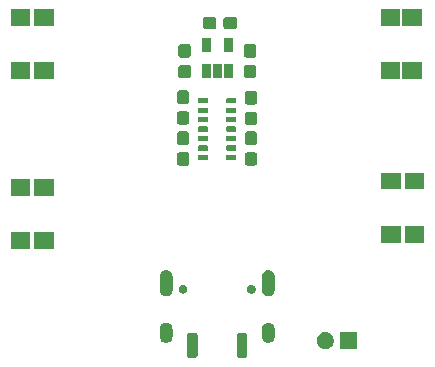
<source format=gbr>
G04 #@! TF.GenerationSoftware,KiCad,Pcbnew,(5.1.6-0-10_14)*
G04 #@! TF.CreationDate,2020-09-27T10:59:16+08:00*
G04 #@! TF.ProjectId,Watch_F4,57617463-685f-4463-942e-6b696361645f,rev?*
G04 #@! TF.SameCoordinates,Original*
G04 #@! TF.FileFunction,Soldermask,Bot*
G04 #@! TF.FilePolarity,Negative*
%FSLAX46Y46*%
G04 Gerber Fmt 4.6, Leading zero omitted, Abs format (unit mm)*
G04 Created by KiCad (PCBNEW (5.1.6-0-10_14)) date 2020-09-27 10:59:16*
%MOMM*%
%LPD*%
G01*
G04 APERTURE LIST*
%ADD10C,0.100000*%
G04 APERTURE END LIST*
D10*
G36*
X150388970Y-123254080D02*
G01*
X150426446Y-123265448D01*
X150460978Y-123283905D01*
X150491250Y-123308750D01*
X150516095Y-123339022D01*
X150534552Y-123373554D01*
X150545920Y-123411030D01*
X150550000Y-123452454D01*
X150550000Y-125147546D01*
X150545920Y-125188970D01*
X150534552Y-125226446D01*
X150516095Y-125260978D01*
X150491250Y-125291250D01*
X150460978Y-125316095D01*
X150426446Y-125334552D01*
X150388970Y-125345920D01*
X150347546Y-125350000D01*
X149852454Y-125350000D01*
X149811030Y-125345920D01*
X149773554Y-125334552D01*
X149739022Y-125316095D01*
X149708750Y-125291250D01*
X149683905Y-125260978D01*
X149665448Y-125226446D01*
X149654080Y-125188970D01*
X149650000Y-125147546D01*
X149650000Y-123452454D01*
X149654080Y-123411030D01*
X149665448Y-123373554D01*
X149683905Y-123339022D01*
X149708750Y-123308750D01*
X149739022Y-123283905D01*
X149773554Y-123265448D01*
X149811030Y-123254080D01*
X149852454Y-123250000D01*
X150347546Y-123250000D01*
X150388970Y-123254080D01*
G37*
G36*
X146188970Y-123254080D02*
G01*
X146226446Y-123265448D01*
X146260978Y-123283905D01*
X146291250Y-123308750D01*
X146316095Y-123339022D01*
X146334552Y-123373554D01*
X146345920Y-123411030D01*
X146350000Y-123452454D01*
X146350000Y-125147546D01*
X146345920Y-125188970D01*
X146334552Y-125226446D01*
X146316095Y-125260978D01*
X146291250Y-125291250D01*
X146260978Y-125316095D01*
X146226446Y-125334552D01*
X146188970Y-125345920D01*
X146147546Y-125350000D01*
X145652454Y-125350000D01*
X145611030Y-125345920D01*
X145573554Y-125334552D01*
X145539022Y-125316095D01*
X145508750Y-125291250D01*
X145483905Y-125260978D01*
X145465448Y-125226446D01*
X145454080Y-125188970D01*
X145450000Y-125147546D01*
X145450000Y-123452454D01*
X145454080Y-123411030D01*
X145465448Y-123373554D01*
X145483905Y-123339022D01*
X145508750Y-123308750D01*
X145539022Y-123283905D01*
X145573554Y-123265448D01*
X145611030Y-123254080D01*
X145652454Y-123250000D01*
X146147546Y-123250000D01*
X146188970Y-123254080D01*
G37*
G36*
X159875000Y-124625000D02*
G01*
X158425000Y-124625000D01*
X158425000Y-123175000D01*
X159875000Y-123175000D01*
X159875000Y-124625000D01*
G37*
G36*
X157291440Y-123188930D02*
G01*
X157361475Y-123202861D01*
X157493416Y-123257513D01*
X157612161Y-123336856D01*
X157713144Y-123437839D01*
X157792487Y-123556584D01*
X157847139Y-123688525D01*
X157847139Y-123688527D01*
X157875000Y-123828592D01*
X157875000Y-123971408D01*
X157872391Y-123984523D01*
X157847139Y-124111475D01*
X157792487Y-124243416D01*
X157713144Y-124362161D01*
X157612161Y-124463144D01*
X157493416Y-124542487D01*
X157361475Y-124597139D01*
X157291441Y-124611069D01*
X157221408Y-124625000D01*
X157078592Y-124625000D01*
X157008559Y-124611069D01*
X156938525Y-124597139D01*
X156806584Y-124542487D01*
X156687839Y-124463144D01*
X156586856Y-124362161D01*
X156507513Y-124243416D01*
X156452861Y-124111475D01*
X156427609Y-123984523D01*
X156425000Y-123971408D01*
X156425000Y-123828592D01*
X156452861Y-123688527D01*
X156452861Y-123688525D01*
X156507513Y-123556584D01*
X156586856Y-123437839D01*
X156687839Y-123336856D01*
X156806584Y-123257513D01*
X156938525Y-123202861D01*
X157008560Y-123188930D01*
X157078592Y-123175000D01*
X157221408Y-123175000D01*
X157291440Y-123188930D01*
G37*
G36*
X143787818Y-122382958D02*
G01*
X143822376Y-122393441D01*
X143891495Y-122414408D01*
X143987039Y-122465477D01*
X143987040Y-122465478D01*
X143987042Y-122465479D01*
X144070790Y-122534210D01*
X144139523Y-122617961D01*
X144190592Y-122713504D01*
X144222042Y-122817182D01*
X144230000Y-122897980D01*
X144230000Y-123552020D01*
X144222042Y-123632818D01*
X144190592Y-123736496D01*
X144141365Y-123828592D01*
X144139521Y-123832042D01*
X144070790Y-123915790D01*
X143987042Y-123984521D01*
X143987040Y-123984522D01*
X143987039Y-123984523D01*
X143891496Y-124035592D01*
X143822377Y-124056559D01*
X143787819Y-124067042D01*
X143680000Y-124077661D01*
X143572182Y-124067042D01*
X143537624Y-124056559D01*
X143468505Y-124035592D01*
X143372962Y-123984523D01*
X143372961Y-123984522D01*
X143372959Y-123984521D01*
X143289211Y-123915790D01*
X143220480Y-123832042D01*
X143209709Y-123811891D01*
X143169407Y-123736494D01*
X143137958Y-123632818D01*
X143130000Y-123552020D01*
X143130000Y-122897981D01*
X143137958Y-122817183D01*
X143137959Y-122817181D01*
X143148441Y-122782624D01*
X143169408Y-122713505D01*
X143220477Y-122617961D01*
X143289210Y-122534210D01*
X143372958Y-122465479D01*
X143372960Y-122465478D01*
X143372961Y-122465477D01*
X143468504Y-122414408D01*
X143537623Y-122393441D01*
X143572181Y-122382958D01*
X143680000Y-122372339D01*
X143787818Y-122382958D01*
G37*
G36*
X152427818Y-122382958D02*
G01*
X152462376Y-122393441D01*
X152531495Y-122414408D01*
X152627039Y-122465477D01*
X152627040Y-122465478D01*
X152627042Y-122465479D01*
X152710790Y-122534210D01*
X152779523Y-122617961D01*
X152830592Y-122713504D01*
X152862042Y-122817182D01*
X152870000Y-122897980D01*
X152870000Y-123552020D01*
X152862042Y-123632818D01*
X152830592Y-123736496D01*
X152781365Y-123828592D01*
X152779521Y-123832042D01*
X152710790Y-123915790D01*
X152627042Y-123984521D01*
X152627040Y-123984522D01*
X152627039Y-123984523D01*
X152531496Y-124035592D01*
X152462377Y-124056559D01*
X152427819Y-124067042D01*
X152320000Y-124077661D01*
X152212182Y-124067042D01*
X152177624Y-124056559D01*
X152108505Y-124035592D01*
X152012962Y-123984523D01*
X152012961Y-123984522D01*
X152012959Y-123984521D01*
X151929211Y-123915790D01*
X151860480Y-123832042D01*
X151849709Y-123811891D01*
X151809407Y-123736494D01*
X151777958Y-123632818D01*
X151770000Y-123552020D01*
X151770000Y-122897981D01*
X151777958Y-122817183D01*
X151777959Y-122817181D01*
X151788441Y-122782624D01*
X151809408Y-122713505D01*
X151860477Y-122617961D01*
X151929210Y-122534210D01*
X152012958Y-122465479D01*
X152012960Y-122465478D01*
X152012961Y-122465477D01*
X152108504Y-122414408D01*
X152177623Y-122393441D01*
X152212181Y-122382958D01*
X152320000Y-122372339D01*
X152427818Y-122382958D01*
G37*
G36*
X143787818Y-117952958D02*
G01*
X143822376Y-117963441D01*
X143891495Y-117984408D01*
X143987039Y-118035477D01*
X143987040Y-118035478D01*
X143987042Y-118035479D01*
X144070790Y-118104210D01*
X144139523Y-118187961D01*
X144190592Y-118283504D01*
X144211559Y-118352623D01*
X144222042Y-118387181D01*
X144230000Y-118467982D01*
X144230000Y-119622018D01*
X144222042Y-119702819D01*
X144211559Y-119737377D01*
X144190592Y-119806496D01*
X144152735Y-119877321D01*
X144139521Y-119902042D01*
X144070790Y-119985790D01*
X143987042Y-120054521D01*
X143987040Y-120054522D01*
X143987039Y-120054523D01*
X143891496Y-120105592D01*
X143822377Y-120126559D01*
X143787819Y-120137042D01*
X143680000Y-120147661D01*
X143572182Y-120137042D01*
X143537624Y-120126559D01*
X143468505Y-120105592D01*
X143372962Y-120054523D01*
X143372961Y-120054522D01*
X143372959Y-120054521D01*
X143289211Y-119985790D01*
X143220480Y-119902042D01*
X143207266Y-119877321D01*
X143169409Y-119806496D01*
X143148442Y-119737377D01*
X143137959Y-119702819D01*
X143130001Y-119622018D01*
X143130000Y-118467983D01*
X143137958Y-118387182D01*
X143148441Y-118352624D01*
X143169408Y-118283505D01*
X143220477Y-118187961D01*
X143289210Y-118104210D01*
X143372958Y-118035479D01*
X143372960Y-118035478D01*
X143372961Y-118035477D01*
X143468504Y-117984408D01*
X143537623Y-117963441D01*
X143572181Y-117952958D01*
X143680000Y-117942339D01*
X143787818Y-117952958D01*
G37*
G36*
X152427818Y-117952958D02*
G01*
X152462376Y-117963441D01*
X152531495Y-117984408D01*
X152627039Y-118035477D01*
X152627040Y-118035478D01*
X152627042Y-118035479D01*
X152710790Y-118104210D01*
X152779523Y-118187961D01*
X152830592Y-118283504D01*
X152851559Y-118352623D01*
X152862042Y-118387181D01*
X152870000Y-118467982D01*
X152870000Y-119622018D01*
X152862042Y-119702819D01*
X152851559Y-119737377D01*
X152830592Y-119806496D01*
X152792735Y-119877321D01*
X152779521Y-119902042D01*
X152710790Y-119985790D01*
X152627042Y-120054521D01*
X152627040Y-120054522D01*
X152627039Y-120054523D01*
X152531496Y-120105592D01*
X152462377Y-120126559D01*
X152427819Y-120137042D01*
X152320000Y-120147661D01*
X152212182Y-120137042D01*
X152177624Y-120126559D01*
X152108505Y-120105592D01*
X152012962Y-120054523D01*
X152012961Y-120054522D01*
X152012959Y-120054521D01*
X151929211Y-119985790D01*
X151860480Y-119902042D01*
X151847266Y-119877321D01*
X151809409Y-119806496D01*
X151788442Y-119737377D01*
X151777959Y-119702819D01*
X151770001Y-119622018D01*
X151770000Y-118467983D01*
X151777958Y-118387182D01*
X151788441Y-118352624D01*
X151809408Y-118283505D01*
X151860477Y-118187961D01*
X151929210Y-118104210D01*
X152012958Y-118035479D01*
X152012960Y-118035478D01*
X152012961Y-118035477D01*
X152108504Y-117984408D01*
X152177623Y-117963441D01*
X152212181Y-117952958D01*
X152320000Y-117942339D01*
X152427818Y-117952958D01*
G37*
G36*
X145219383Y-119184411D02*
G01*
X145287629Y-119212680D01*
X145349048Y-119253719D01*
X145401281Y-119305952D01*
X145442320Y-119367371D01*
X145470589Y-119435617D01*
X145485000Y-119508066D01*
X145485000Y-119581934D01*
X145470589Y-119654383D01*
X145442320Y-119722629D01*
X145401281Y-119784048D01*
X145349048Y-119836281D01*
X145287629Y-119877320D01*
X145287628Y-119877321D01*
X145287627Y-119877321D01*
X145219383Y-119905589D01*
X145146935Y-119920000D01*
X145073065Y-119920000D01*
X145000617Y-119905589D01*
X144932373Y-119877321D01*
X144932372Y-119877321D01*
X144932371Y-119877320D01*
X144870952Y-119836281D01*
X144818719Y-119784048D01*
X144777680Y-119722629D01*
X144749411Y-119654383D01*
X144735000Y-119581934D01*
X144735000Y-119508066D01*
X144749411Y-119435617D01*
X144777680Y-119367371D01*
X144818719Y-119305952D01*
X144870952Y-119253719D01*
X144932371Y-119212680D01*
X145000617Y-119184411D01*
X145073065Y-119170000D01*
X145146935Y-119170000D01*
X145219383Y-119184411D01*
G37*
G36*
X150999383Y-119184411D02*
G01*
X151067629Y-119212680D01*
X151129048Y-119253719D01*
X151181281Y-119305952D01*
X151222320Y-119367371D01*
X151250589Y-119435617D01*
X151265000Y-119508066D01*
X151265000Y-119581934D01*
X151250589Y-119654383D01*
X151222320Y-119722629D01*
X151181281Y-119784048D01*
X151129048Y-119836281D01*
X151067629Y-119877320D01*
X151067628Y-119877321D01*
X151067627Y-119877321D01*
X150999383Y-119905589D01*
X150926935Y-119920000D01*
X150853065Y-119920000D01*
X150780617Y-119905589D01*
X150712373Y-119877321D01*
X150712372Y-119877321D01*
X150712371Y-119877320D01*
X150650952Y-119836281D01*
X150598719Y-119784048D01*
X150557680Y-119722629D01*
X150529411Y-119654383D01*
X150515000Y-119581934D01*
X150515000Y-119508066D01*
X150529411Y-119435617D01*
X150557680Y-119367371D01*
X150598719Y-119305952D01*
X150650952Y-119253719D01*
X150712371Y-119212680D01*
X150780617Y-119184411D01*
X150853065Y-119170000D01*
X150926935Y-119170000D01*
X150999383Y-119184411D01*
G37*
G36*
X132195000Y-116150000D02*
G01*
X130545000Y-116150000D01*
X130545000Y-114750000D01*
X132195000Y-114750000D01*
X132195000Y-116150000D01*
G37*
G36*
X134155000Y-116150000D02*
G01*
X132505000Y-116150000D01*
X132505000Y-114750000D01*
X134155000Y-114750000D01*
X134155000Y-116150000D01*
G37*
G36*
X163565000Y-115600000D02*
G01*
X161915000Y-115600000D01*
X161915000Y-114200000D01*
X163565000Y-114200000D01*
X163565000Y-115600000D01*
G37*
G36*
X165525000Y-115600000D02*
G01*
X163875000Y-115600000D01*
X163875000Y-114200000D01*
X165525000Y-114200000D01*
X165525000Y-115600000D01*
G37*
G36*
X132195000Y-111650000D02*
G01*
X130545000Y-111650000D01*
X130545000Y-110250000D01*
X132195000Y-110250000D01*
X132195000Y-111650000D01*
G37*
G36*
X134155000Y-111650000D02*
G01*
X132505000Y-111650000D01*
X132505000Y-110250000D01*
X134155000Y-110250000D01*
X134155000Y-111650000D01*
G37*
G36*
X163565000Y-111100000D02*
G01*
X161915000Y-111100000D01*
X161915000Y-109700000D01*
X163565000Y-109700000D01*
X163565000Y-111100000D01*
G37*
G36*
X165525000Y-111100000D02*
G01*
X163875000Y-111100000D01*
X163875000Y-109700000D01*
X165525000Y-109700000D01*
X165525000Y-111100000D01*
G37*
G36*
X145453785Y-107949800D02*
G01*
X145498292Y-107963302D01*
X145539316Y-107985229D01*
X145575266Y-108014734D01*
X145604771Y-108050684D01*
X145626698Y-108091708D01*
X145640200Y-108136215D01*
X145645000Y-108184954D01*
X145645000Y-108855046D01*
X145640200Y-108903785D01*
X145626698Y-108948292D01*
X145604771Y-108989316D01*
X145575266Y-109025266D01*
X145539316Y-109054771D01*
X145498292Y-109076698D01*
X145453785Y-109090200D01*
X145405046Y-109095000D01*
X144834954Y-109095000D01*
X144786215Y-109090200D01*
X144741708Y-109076698D01*
X144700684Y-109054771D01*
X144664734Y-109025266D01*
X144635229Y-108989316D01*
X144613302Y-108948292D01*
X144599800Y-108903785D01*
X144595000Y-108855046D01*
X144595000Y-108184954D01*
X144599800Y-108136215D01*
X144613302Y-108091708D01*
X144635229Y-108050684D01*
X144664734Y-108014734D01*
X144700684Y-107985229D01*
X144741708Y-107963302D01*
X144786215Y-107949800D01*
X144834954Y-107945000D01*
X145405046Y-107945000D01*
X145453785Y-107949800D01*
G37*
G36*
X151203785Y-107944800D02*
G01*
X151248292Y-107958302D01*
X151289316Y-107980229D01*
X151325266Y-108009734D01*
X151354771Y-108045684D01*
X151376698Y-108086708D01*
X151390200Y-108131215D01*
X151395000Y-108179954D01*
X151395000Y-108850046D01*
X151390200Y-108898785D01*
X151376698Y-108943292D01*
X151354771Y-108984316D01*
X151325266Y-109020266D01*
X151289316Y-109049771D01*
X151248292Y-109071698D01*
X151203785Y-109085200D01*
X151155046Y-109090000D01*
X150584954Y-109090000D01*
X150536215Y-109085200D01*
X150491708Y-109071698D01*
X150450684Y-109049771D01*
X150414734Y-109020266D01*
X150385229Y-108984316D01*
X150363302Y-108943292D01*
X150349800Y-108898785D01*
X150345000Y-108850046D01*
X150345000Y-108179954D01*
X150349800Y-108131215D01*
X150363302Y-108086708D01*
X150385229Y-108045684D01*
X150414734Y-108009734D01*
X150450684Y-107980229D01*
X150491708Y-107958302D01*
X150536215Y-107944800D01*
X150584954Y-107940000D01*
X151155046Y-107940000D01*
X151203785Y-107944800D01*
G37*
G36*
X149554525Y-108176918D02*
G01*
X149570892Y-108181883D01*
X149585978Y-108189948D01*
X149599201Y-108200799D01*
X149610052Y-108214022D01*
X149618117Y-108229108D01*
X149623082Y-108245475D01*
X149625000Y-108264954D01*
X149625000Y-108535046D01*
X149623082Y-108554525D01*
X149618117Y-108570892D01*
X149610052Y-108585978D01*
X149599201Y-108599201D01*
X149585978Y-108610052D01*
X149570892Y-108618117D01*
X149554525Y-108623082D01*
X149535046Y-108625000D01*
X148864954Y-108625000D01*
X148845475Y-108623082D01*
X148829108Y-108618117D01*
X148814022Y-108610052D01*
X148800799Y-108599201D01*
X148789948Y-108585978D01*
X148781883Y-108570892D01*
X148776918Y-108554525D01*
X148775000Y-108535046D01*
X148775000Y-108264954D01*
X148776918Y-108245475D01*
X148781883Y-108229108D01*
X148789948Y-108214022D01*
X148800799Y-108200799D01*
X148814022Y-108189948D01*
X148829108Y-108181883D01*
X148845475Y-108176918D01*
X148864954Y-108175000D01*
X149535046Y-108175000D01*
X149554525Y-108176918D01*
G37*
G36*
X147154525Y-108176918D02*
G01*
X147170892Y-108181883D01*
X147185978Y-108189948D01*
X147199201Y-108200799D01*
X147210052Y-108214022D01*
X147218117Y-108229108D01*
X147223082Y-108245475D01*
X147225000Y-108264954D01*
X147225000Y-108535046D01*
X147223082Y-108554525D01*
X147218117Y-108570892D01*
X147210052Y-108585978D01*
X147199201Y-108599201D01*
X147185978Y-108610052D01*
X147170892Y-108618117D01*
X147154525Y-108623082D01*
X147135046Y-108625000D01*
X146464954Y-108625000D01*
X146445475Y-108623082D01*
X146429108Y-108618117D01*
X146414022Y-108610052D01*
X146400799Y-108599201D01*
X146389948Y-108585978D01*
X146381883Y-108570892D01*
X146376918Y-108554525D01*
X146375000Y-108535046D01*
X146375000Y-108264954D01*
X146376918Y-108245475D01*
X146381883Y-108229108D01*
X146389948Y-108214022D01*
X146400799Y-108200799D01*
X146414022Y-108189948D01*
X146429108Y-108181883D01*
X146445475Y-108176918D01*
X146464954Y-108175000D01*
X147135046Y-108175000D01*
X147154525Y-108176918D01*
G37*
G36*
X149554525Y-107376918D02*
G01*
X149570892Y-107381883D01*
X149585978Y-107389948D01*
X149599201Y-107400799D01*
X149610052Y-107414022D01*
X149618117Y-107429108D01*
X149623082Y-107445475D01*
X149625000Y-107464954D01*
X149625000Y-107735046D01*
X149623082Y-107754525D01*
X149618117Y-107770892D01*
X149610052Y-107785978D01*
X149599201Y-107799201D01*
X149585978Y-107810052D01*
X149570892Y-107818117D01*
X149554525Y-107823082D01*
X149535046Y-107825000D01*
X148864954Y-107825000D01*
X148845475Y-107823082D01*
X148829108Y-107818117D01*
X148814022Y-107810052D01*
X148800799Y-107799201D01*
X148789948Y-107785978D01*
X148781883Y-107770892D01*
X148776918Y-107754525D01*
X148775000Y-107735046D01*
X148775000Y-107464954D01*
X148776918Y-107445475D01*
X148781883Y-107429108D01*
X148789948Y-107414022D01*
X148800799Y-107400799D01*
X148814022Y-107389948D01*
X148829108Y-107381883D01*
X148845475Y-107376918D01*
X148864954Y-107375000D01*
X149535046Y-107375000D01*
X149554525Y-107376918D01*
G37*
G36*
X147154525Y-107376918D02*
G01*
X147170892Y-107381883D01*
X147185978Y-107389948D01*
X147199201Y-107400799D01*
X147210052Y-107414022D01*
X147218117Y-107429108D01*
X147223082Y-107445475D01*
X147225000Y-107464954D01*
X147225000Y-107735046D01*
X147223082Y-107754525D01*
X147218117Y-107770892D01*
X147210052Y-107785978D01*
X147199201Y-107799201D01*
X147185978Y-107810052D01*
X147170892Y-107818117D01*
X147154525Y-107823082D01*
X147135046Y-107825000D01*
X146464954Y-107825000D01*
X146445475Y-107823082D01*
X146429108Y-107818117D01*
X146414022Y-107810052D01*
X146400799Y-107799201D01*
X146389948Y-107785978D01*
X146381883Y-107770892D01*
X146376918Y-107754525D01*
X146375000Y-107735046D01*
X146375000Y-107464954D01*
X146376918Y-107445475D01*
X146381883Y-107429108D01*
X146389948Y-107414022D01*
X146400799Y-107400799D01*
X146414022Y-107389948D01*
X146429108Y-107381883D01*
X146445475Y-107376918D01*
X146464954Y-107375000D01*
X147135046Y-107375000D01*
X147154525Y-107376918D01*
G37*
G36*
X145453785Y-106199800D02*
G01*
X145498292Y-106213302D01*
X145539316Y-106235229D01*
X145575266Y-106264734D01*
X145604771Y-106300684D01*
X145626698Y-106341708D01*
X145640200Y-106386215D01*
X145645000Y-106434954D01*
X145645000Y-107105046D01*
X145640200Y-107153785D01*
X145626698Y-107198292D01*
X145604771Y-107239316D01*
X145575266Y-107275266D01*
X145539316Y-107304771D01*
X145498292Y-107326698D01*
X145453785Y-107340200D01*
X145405046Y-107345000D01*
X144834954Y-107345000D01*
X144786215Y-107340200D01*
X144741708Y-107326698D01*
X144700684Y-107304771D01*
X144664734Y-107275266D01*
X144635229Y-107239316D01*
X144613302Y-107198292D01*
X144599800Y-107153785D01*
X144595000Y-107105046D01*
X144595000Y-106434954D01*
X144599800Y-106386215D01*
X144613302Y-106341708D01*
X144635229Y-106300684D01*
X144664734Y-106264734D01*
X144700684Y-106235229D01*
X144741708Y-106213302D01*
X144786215Y-106199800D01*
X144834954Y-106195000D01*
X145405046Y-106195000D01*
X145453785Y-106199800D01*
G37*
G36*
X151203785Y-106194800D02*
G01*
X151248292Y-106208302D01*
X151289316Y-106230229D01*
X151325266Y-106259734D01*
X151354771Y-106295684D01*
X151376698Y-106336708D01*
X151390200Y-106381215D01*
X151395000Y-106429954D01*
X151395000Y-107100046D01*
X151390200Y-107148785D01*
X151376698Y-107193292D01*
X151354771Y-107234316D01*
X151325266Y-107270266D01*
X151289316Y-107299771D01*
X151248292Y-107321698D01*
X151203785Y-107335200D01*
X151155046Y-107340000D01*
X150584954Y-107340000D01*
X150536215Y-107335200D01*
X150491708Y-107321698D01*
X150450684Y-107299771D01*
X150414734Y-107270266D01*
X150385229Y-107234316D01*
X150363302Y-107193292D01*
X150349800Y-107148785D01*
X150345000Y-107100046D01*
X150345000Y-106429954D01*
X150349800Y-106381215D01*
X150363302Y-106336708D01*
X150385229Y-106295684D01*
X150414734Y-106259734D01*
X150450684Y-106230229D01*
X150491708Y-106208302D01*
X150536215Y-106194800D01*
X150584954Y-106190000D01*
X151155046Y-106190000D01*
X151203785Y-106194800D01*
G37*
G36*
X149554525Y-106576918D02*
G01*
X149570892Y-106581883D01*
X149585978Y-106589948D01*
X149599201Y-106600799D01*
X149610052Y-106614022D01*
X149618117Y-106629108D01*
X149623082Y-106645475D01*
X149625000Y-106664954D01*
X149625000Y-106935046D01*
X149623082Y-106954525D01*
X149618117Y-106970892D01*
X149610052Y-106985978D01*
X149599201Y-106999201D01*
X149585978Y-107010052D01*
X149570892Y-107018117D01*
X149554525Y-107023082D01*
X149535046Y-107025000D01*
X148864954Y-107025000D01*
X148845475Y-107023082D01*
X148829108Y-107018117D01*
X148814022Y-107010052D01*
X148800799Y-106999201D01*
X148789948Y-106985978D01*
X148781883Y-106970892D01*
X148776918Y-106954525D01*
X148775000Y-106935046D01*
X148775000Y-106664954D01*
X148776918Y-106645475D01*
X148781883Y-106629108D01*
X148789948Y-106614022D01*
X148800799Y-106600799D01*
X148814022Y-106589948D01*
X148829108Y-106581883D01*
X148845475Y-106576918D01*
X148864954Y-106575000D01*
X149535046Y-106575000D01*
X149554525Y-106576918D01*
G37*
G36*
X147154525Y-106576918D02*
G01*
X147170892Y-106581883D01*
X147185978Y-106589948D01*
X147199201Y-106600799D01*
X147210052Y-106614022D01*
X147218117Y-106629108D01*
X147223082Y-106645475D01*
X147225000Y-106664954D01*
X147225000Y-106935046D01*
X147223082Y-106954525D01*
X147218117Y-106970892D01*
X147210052Y-106985978D01*
X147199201Y-106999201D01*
X147185978Y-107010052D01*
X147170892Y-107018117D01*
X147154525Y-107023082D01*
X147135046Y-107025000D01*
X146464954Y-107025000D01*
X146445475Y-107023082D01*
X146429108Y-107018117D01*
X146414022Y-107010052D01*
X146400799Y-106999201D01*
X146389948Y-106985978D01*
X146381883Y-106970892D01*
X146376918Y-106954525D01*
X146375000Y-106935046D01*
X146375000Y-106664954D01*
X146376918Y-106645475D01*
X146381883Y-106629108D01*
X146389948Y-106614022D01*
X146400799Y-106600799D01*
X146414022Y-106589948D01*
X146429108Y-106581883D01*
X146445475Y-106576918D01*
X146464954Y-106575000D01*
X147135046Y-106575000D01*
X147154525Y-106576918D01*
G37*
G36*
X149554525Y-105776918D02*
G01*
X149570892Y-105781883D01*
X149585978Y-105789948D01*
X149599201Y-105800799D01*
X149610052Y-105814022D01*
X149618117Y-105829108D01*
X149623082Y-105845475D01*
X149625000Y-105864954D01*
X149625000Y-106135046D01*
X149623082Y-106154525D01*
X149618117Y-106170892D01*
X149610052Y-106185978D01*
X149599201Y-106199201D01*
X149585978Y-106210052D01*
X149570892Y-106218117D01*
X149554525Y-106223082D01*
X149535046Y-106225000D01*
X148864954Y-106225000D01*
X148845475Y-106223082D01*
X148829108Y-106218117D01*
X148814022Y-106210052D01*
X148800799Y-106199201D01*
X148789948Y-106185978D01*
X148781883Y-106170892D01*
X148776918Y-106154525D01*
X148775000Y-106135046D01*
X148775000Y-105864954D01*
X148776918Y-105845475D01*
X148781883Y-105829108D01*
X148789948Y-105814022D01*
X148800799Y-105800799D01*
X148814022Y-105789948D01*
X148829108Y-105781883D01*
X148845475Y-105776918D01*
X148864954Y-105775000D01*
X149535046Y-105775000D01*
X149554525Y-105776918D01*
G37*
G36*
X147154525Y-105776918D02*
G01*
X147170892Y-105781883D01*
X147185978Y-105789948D01*
X147199201Y-105800799D01*
X147210052Y-105814022D01*
X147218117Y-105829108D01*
X147223082Y-105845475D01*
X147225000Y-105864954D01*
X147225000Y-106135046D01*
X147223082Y-106154525D01*
X147218117Y-106170892D01*
X147210052Y-106185978D01*
X147199201Y-106199201D01*
X147185978Y-106210052D01*
X147170892Y-106218117D01*
X147154525Y-106223082D01*
X147135046Y-106225000D01*
X146464954Y-106225000D01*
X146445475Y-106223082D01*
X146429108Y-106218117D01*
X146414022Y-106210052D01*
X146400799Y-106199201D01*
X146389948Y-106185978D01*
X146381883Y-106170892D01*
X146376918Y-106154525D01*
X146375000Y-106135046D01*
X146375000Y-105864954D01*
X146376918Y-105845475D01*
X146381883Y-105829108D01*
X146389948Y-105814022D01*
X146400799Y-105800799D01*
X146414022Y-105789948D01*
X146429108Y-105781883D01*
X146445475Y-105776918D01*
X146464954Y-105775000D01*
X147135046Y-105775000D01*
X147154525Y-105776918D01*
G37*
G36*
X151203785Y-104524800D02*
G01*
X151248292Y-104538302D01*
X151289316Y-104560229D01*
X151325266Y-104589734D01*
X151354771Y-104625684D01*
X151376698Y-104666708D01*
X151390200Y-104711215D01*
X151395000Y-104759954D01*
X151395000Y-105430046D01*
X151390200Y-105478785D01*
X151376698Y-105523292D01*
X151354771Y-105564316D01*
X151325266Y-105600266D01*
X151289316Y-105629771D01*
X151248292Y-105651698D01*
X151203785Y-105665200D01*
X151155046Y-105670000D01*
X150584954Y-105670000D01*
X150536215Y-105665200D01*
X150491708Y-105651698D01*
X150450684Y-105629771D01*
X150414734Y-105600266D01*
X150385229Y-105564316D01*
X150363302Y-105523292D01*
X150349800Y-105478785D01*
X150345000Y-105430046D01*
X150345000Y-104759954D01*
X150349800Y-104711215D01*
X150363302Y-104666708D01*
X150385229Y-104625684D01*
X150414734Y-104589734D01*
X150450684Y-104560229D01*
X150491708Y-104538302D01*
X150536215Y-104524800D01*
X150584954Y-104520000D01*
X151155046Y-104520000D01*
X151203785Y-104524800D01*
G37*
G36*
X145443785Y-104479800D02*
G01*
X145488292Y-104493302D01*
X145529316Y-104515229D01*
X145565266Y-104544734D01*
X145594771Y-104580684D01*
X145616698Y-104621708D01*
X145630200Y-104666215D01*
X145635000Y-104714954D01*
X145635000Y-105385046D01*
X145630200Y-105433785D01*
X145616698Y-105478292D01*
X145594771Y-105519316D01*
X145565266Y-105555266D01*
X145529316Y-105584771D01*
X145488292Y-105606698D01*
X145443785Y-105620200D01*
X145395046Y-105625000D01*
X144824954Y-105625000D01*
X144776215Y-105620200D01*
X144731708Y-105606698D01*
X144690684Y-105584771D01*
X144654734Y-105555266D01*
X144625229Y-105519316D01*
X144603302Y-105478292D01*
X144589800Y-105433785D01*
X144585000Y-105385046D01*
X144585000Y-104714954D01*
X144589800Y-104666215D01*
X144603302Y-104621708D01*
X144625229Y-104580684D01*
X144654734Y-104544734D01*
X144690684Y-104515229D01*
X144731708Y-104493302D01*
X144776215Y-104479800D01*
X144824954Y-104475000D01*
X145395046Y-104475000D01*
X145443785Y-104479800D01*
G37*
G36*
X147154525Y-104976918D02*
G01*
X147170892Y-104981883D01*
X147185978Y-104989948D01*
X147199201Y-105000799D01*
X147210052Y-105014022D01*
X147218117Y-105029108D01*
X147223082Y-105045475D01*
X147225000Y-105064954D01*
X147225000Y-105335046D01*
X147223082Y-105354525D01*
X147218117Y-105370892D01*
X147210052Y-105385978D01*
X147199201Y-105399201D01*
X147185978Y-105410052D01*
X147170892Y-105418117D01*
X147154525Y-105423082D01*
X147135046Y-105425000D01*
X146464954Y-105425000D01*
X146445475Y-105423082D01*
X146429108Y-105418117D01*
X146414022Y-105410052D01*
X146400799Y-105399201D01*
X146389948Y-105385978D01*
X146381883Y-105370892D01*
X146376918Y-105354525D01*
X146375000Y-105335046D01*
X146375000Y-105064954D01*
X146376918Y-105045475D01*
X146381883Y-105029108D01*
X146389948Y-105014022D01*
X146400799Y-105000799D01*
X146414022Y-104989948D01*
X146429108Y-104981883D01*
X146445475Y-104976918D01*
X146464954Y-104975000D01*
X147135046Y-104975000D01*
X147154525Y-104976918D01*
G37*
G36*
X149554525Y-104976918D02*
G01*
X149570892Y-104981883D01*
X149585978Y-104989948D01*
X149599201Y-105000799D01*
X149610052Y-105014022D01*
X149618117Y-105029108D01*
X149623082Y-105045475D01*
X149625000Y-105064954D01*
X149625000Y-105335046D01*
X149623082Y-105354525D01*
X149618117Y-105370892D01*
X149610052Y-105385978D01*
X149599201Y-105399201D01*
X149585978Y-105410052D01*
X149570892Y-105418117D01*
X149554525Y-105423082D01*
X149535046Y-105425000D01*
X148864954Y-105425000D01*
X148845475Y-105423082D01*
X148829108Y-105418117D01*
X148814022Y-105410052D01*
X148800799Y-105399201D01*
X148789948Y-105385978D01*
X148781883Y-105370892D01*
X148776918Y-105354525D01*
X148775000Y-105335046D01*
X148775000Y-105064954D01*
X148776918Y-105045475D01*
X148781883Y-105029108D01*
X148789948Y-105014022D01*
X148800799Y-105000799D01*
X148814022Y-104989948D01*
X148829108Y-104981883D01*
X148845475Y-104976918D01*
X148864954Y-104975000D01*
X149535046Y-104975000D01*
X149554525Y-104976918D01*
G37*
G36*
X149554525Y-104176918D02*
G01*
X149570892Y-104181883D01*
X149585978Y-104189948D01*
X149599201Y-104200799D01*
X149610052Y-104214022D01*
X149618117Y-104229108D01*
X149623082Y-104245475D01*
X149625000Y-104264954D01*
X149625000Y-104535046D01*
X149623082Y-104554525D01*
X149618117Y-104570892D01*
X149610052Y-104585978D01*
X149599201Y-104599201D01*
X149585978Y-104610052D01*
X149570892Y-104618117D01*
X149554525Y-104623082D01*
X149535046Y-104625000D01*
X148864954Y-104625000D01*
X148845475Y-104623082D01*
X148829108Y-104618117D01*
X148814022Y-104610052D01*
X148800799Y-104599201D01*
X148789948Y-104585978D01*
X148781883Y-104570892D01*
X148776918Y-104554525D01*
X148775000Y-104535046D01*
X148775000Y-104264954D01*
X148776918Y-104245475D01*
X148781883Y-104229108D01*
X148789948Y-104214022D01*
X148800799Y-104200799D01*
X148814022Y-104189948D01*
X148829108Y-104181883D01*
X148845475Y-104176918D01*
X148864954Y-104175000D01*
X149535046Y-104175000D01*
X149554525Y-104176918D01*
G37*
G36*
X147154525Y-104176918D02*
G01*
X147170892Y-104181883D01*
X147185978Y-104189948D01*
X147199201Y-104200799D01*
X147210052Y-104214022D01*
X147218117Y-104229108D01*
X147223082Y-104245475D01*
X147225000Y-104264954D01*
X147225000Y-104535046D01*
X147223082Y-104554525D01*
X147218117Y-104570892D01*
X147210052Y-104585978D01*
X147199201Y-104599201D01*
X147185978Y-104610052D01*
X147170892Y-104618117D01*
X147154525Y-104623082D01*
X147135046Y-104625000D01*
X146464954Y-104625000D01*
X146445475Y-104623082D01*
X146429108Y-104618117D01*
X146414022Y-104610052D01*
X146400799Y-104599201D01*
X146389948Y-104585978D01*
X146381883Y-104570892D01*
X146376918Y-104554525D01*
X146375000Y-104535046D01*
X146375000Y-104264954D01*
X146376918Y-104245475D01*
X146381883Y-104229108D01*
X146389948Y-104214022D01*
X146400799Y-104200799D01*
X146414022Y-104189948D01*
X146429108Y-104181883D01*
X146445475Y-104176918D01*
X146464954Y-104175000D01*
X147135046Y-104175000D01*
X147154525Y-104176918D01*
G37*
G36*
X151203785Y-102774800D02*
G01*
X151248292Y-102788302D01*
X151289316Y-102810229D01*
X151325266Y-102839734D01*
X151354771Y-102875684D01*
X151376698Y-102916708D01*
X151390200Y-102961215D01*
X151395000Y-103009954D01*
X151395000Y-103680046D01*
X151390200Y-103728785D01*
X151376698Y-103773292D01*
X151354771Y-103814316D01*
X151325266Y-103850266D01*
X151289316Y-103879771D01*
X151248292Y-103901698D01*
X151203785Y-103915200D01*
X151155046Y-103920000D01*
X150584954Y-103920000D01*
X150536215Y-103915200D01*
X150491708Y-103901698D01*
X150450684Y-103879771D01*
X150414734Y-103850266D01*
X150385229Y-103814316D01*
X150363302Y-103773292D01*
X150349800Y-103728785D01*
X150345000Y-103680046D01*
X150345000Y-103009954D01*
X150349800Y-102961215D01*
X150363302Y-102916708D01*
X150385229Y-102875684D01*
X150414734Y-102839734D01*
X150450684Y-102810229D01*
X150491708Y-102788302D01*
X150536215Y-102774800D01*
X150584954Y-102770000D01*
X151155046Y-102770000D01*
X151203785Y-102774800D01*
G37*
G36*
X145443785Y-102729800D02*
G01*
X145488292Y-102743302D01*
X145529316Y-102765229D01*
X145565266Y-102794734D01*
X145594771Y-102830684D01*
X145616698Y-102871708D01*
X145630200Y-102916215D01*
X145635000Y-102964954D01*
X145635000Y-103635046D01*
X145630200Y-103683785D01*
X145616698Y-103728292D01*
X145594771Y-103769316D01*
X145565266Y-103805266D01*
X145529316Y-103834771D01*
X145488292Y-103856698D01*
X145443785Y-103870200D01*
X145395046Y-103875000D01*
X144824954Y-103875000D01*
X144776215Y-103870200D01*
X144731708Y-103856698D01*
X144690684Y-103834771D01*
X144654734Y-103805266D01*
X144625229Y-103769316D01*
X144603302Y-103728292D01*
X144589800Y-103683785D01*
X144585000Y-103635046D01*
X144585000Y-102964954D01*
X144589800Y-102916215D01*
X144603302Y-102871708D01*
X144625229Y-102830684D01*
X144654734Y-102794734D01*
X144690684Y-102765229D01*
X144731708Y-102743302D01*
X144776215Y-102729800D01*
X144824954Y-102725000D01*
X145395046Y-102725000D01*
X145443785Y-102729800D01*
G37*
G36*
X149554525Y-103376918D02*
G01*
X149570892Y-103381883D01*
X149585978Y-103389948D01*
X149599201Y-103400799D01*
X149610052Y-103414022D01*
X149618117Y-103429108D01*
X149623082Y-103445475D01*
X149625000Y-103464954D01*
X149625000Y-103735046D01*
X149623082Y-103754525D01*
X149618117Y-103770892D01*
X149610052Y-103785978D01*
X149599201Y-103799201D01*
X149585978Y-103810052D01*
X149570892Y-103818117D01*
X149554525Y-103823082D01*
X149535046Y-103825000D01*
X148864954Y-103825000D01*
X148845475Y-103823082D01*
X148829108Y-103818117D01*
X148814022Y-103810052D01*
X148800799Y-103799201D01*
X148789948Y-103785978D01*
X148781883Y-103770892D01*
X148776918Y-103754525D01*
X148775000Y-103735046D01*
X148775000Y-103464954D01*
X148776918Y-103445475D01*
X148781883Y-103429108D01*
X148789948Y-103414022D01*
X148800799Y-103400799D01*
X148814022Y-103389948D01*
X148829108Y-103381883D01*
X148845475Y-103376918D01*
X148864954Y-103375000D01*
X149535046Y-103375000D01*
X149554525Y-103376918D01*
G37*
G36*
X147154525Y-103376918D02*
G01*
X147170892Y-103381883D01*
X147185978Y-103389948D01*
X147199201Y-103400799D01*
X147210052Y-103414022D01*
X147218117Y-103429108D01*
X147223082Y-103445475D01*
X147225000Y-103464954D01*
X147225000Y-103735046D01*
X147223082Y-103754525D01*
X147218117Y-103770892D01*
X147210052Y-103785978D01*
X147199201Y-103799201D01*
X147185978Y-103810052D01*
X147170892Y-103818117D01*
X147154525Y-103823082D01*
X147135046Y-103825000D01*
X146464954Y-103825000D01*
X146445475Y-103823082D01*
X146429108Y-103818117D01*
X146414022Y-103810052D01*
X146400799Y-103799201D01*
X146389948Y-103785978D01*
X146381883Y-103770892D01*
X146376918Y-103754525D01*
X146375000Y-103735046D01*
X146375000Y-103464954D01*
X146376918Y-103445475D01*
X146381883Y-103429108D01*
X146389948Y-103414022D01*
X146400799Y-103400799D01*
X146414022Y-103389948D01*
X146429108Y-103381883D01*
X146445475Y-103376918D01*
X146464954Y-103375000D01*
X147135046Y-103375000D01*
X147154525Y-103376918D01*
G37*
G36*
X134155000Y-101750000D02*
G01*
X132505000Y-101750000D01*
X132505000Y-100350000D01*
X134155000Y-100350000D01*
X134155000Y-101750000D01*
G37*
G36*
X163515000Y-101750000D02*
G01*
X161865000Y-101750000D01*
X161865000Y-100350000D01*
X163515000Y-100350000D01*
X163515000Y-101750000D01*
G37*
G36*
X165333000Y-101750000D02*
G01*
X163683000Y-101750000D01*
X163683000Y-100350000D01*
X165333000Y-100350000D01*
X165333000Y-101750000D01*
G37*
G36*
X132195000Y-101750000D02*
G01*
X130545000Y-101750000D01*
X130545000Y-100350000D01*
X132195000Y-100350000D01*
X132195000Y-101750000D01*
G37*
G36*
X151123785Y-100549800D02*
G01*
X151168292Y-100563302D01*
X151209316Y-100585229D01*
X151245266Y-100614734D01*
X151274771Y-100650684D01*
X151296698Y-100691708D01*
X151310200Y-100736215D01*
X151315000Y-100784954D01*
X151315000Y-101455046D01*
X151310200Y-101503785D01*
X151296698Y-101548292D01*
X151274771Y-101589316D01*
X151245266Y-101625266D01*
X151209316Y-101654771D01*
X151168292Y-101676698D01*
X151123785Y-101690200D01*
X151075046Y-101695000D01*
X150504954Y-101695000D01*
X150456215Y-101690200D01*
X150411708Y-101676698D01*
X150370684Y-101654771D01*
X150334734Y-101625266D01*
X150305229Y-101589316D01*
X150283302Y-101548292D01*
X150269800Y-101503785D01*
X150265000Y-101455046D01*
X150265000Y-100784954D01*
X150269800Y-100736215D01*
X150283302Y-100691708D01*
X150305229Y-100650684D01*
X150334734Y-100614734D01*
X150370684Y-100585229D01*
X150411708Y-100563302D01*
X150456215Y-100549800D01*
X150504954Y-100545000D01*
X151075046Y-100545000D01*
X151123785Y-100549800D01*
G37*
G36*
X145583785Y-100549800D02*
G01*
X145628292Y-100563302D01*
X145669316Y-100585229D01*
X145705266Y-100614734D01*
X145734771Y-100650684D01*
X145756698Y-100691708D01*
X145770200Y-100736215D01*
X145775000Y-100784954D01*
X145775000Y-101455046D01*
X145770200Y-101503785D01*
X145756698Y-101548292D01*
X145734771Y-101589316D01*
X145705266Y-101625266D01*
X145669316Y-101654771D01*
X145628292Y-101676698D01*
X145583785Y-101690200D01*
X145535046Y-101695000D01*
X144964954Y-101695000D01*
X144916215Y-101690200D01*
X144871708Y-101676698D01*
X144830684Y-101654771D01*
X144794734Y-101625266D01*
X144765229Y-101589316D01*
X144743302Y-101548292D01*
X144729800Y-101503785D01*
X144725000Y-101455046D01*
X144725000Y-100784954D01*
X144729800Y-100736215D01*
X144743302Y-100691708D01*
X144765229Y-100650684D01*
X144794734Y-100614734D01*
X144830684Y-100585229D01*
X144871708Y-100563302D01*
X144916215Y-100549800D01*
X144964954Y-100545000D01*
X145535046Y-100545000D01*
X145583785Y-100549800D01*
G37*
G36*
X147445000Y-101675000D02*
G01*
X146695000Y-101675000D01*
X146695000Y-100515000D01*
X147445000Y-100515000D01*
X147445000Y-101675000D01*
G37*
G36*
X148395000Y-101675000D02*
G01*
X147645000Y-101675000D01*
X147645000Y-100515000D01*
X148395000Y-100515000D01*
X148395000Y-101675000D01*
G37*
G36*
X149345000Y-101675000D02*
G01*
X148595000Y-101675000D01*
X148595000Y-100515000D01*
X149345000Y-100515000D01*
X149345000Y-101675000D01*
G37*
G36*
X151123785Y-98799800D02*
G01*
X151168292Y-98813302D01*
X151209316Y-98835229D01*
X151245266Y-98864734D01*
X151274771Y-98900684D01*
X151296698Y-98941708D01*
X151310200Y-98986215D01*
X151315000Y-99034954D01*
X151315000Y-99705046D01*
X151310200Y-99753785D01*
X151296698Y-99798292D01*
X151274771Y-99839316D01*
X151245266Y-99875266D01*
X151209316Y-99904771D01*
X151168292Y-99926698D01*
X151123785Y-99940200D01*
X151075046Y-99945000D01*
X150504954Y-99945000D01*
X150456215Y-99940200D01*
X150411708Y-99926698D01*
X150370684Y-99904771D01*
X150334734Y-99875266D01*
X150305229Y-99839316D01*
X150283302Y-99798292D01*
X150269800Y-99753785D01*
X150265000Y-99705046D01*
X150265000Y-99034954D01*
X150269800Y-98986215D01*
X150283302Y-98941708D01*
X150305229Y-98900684D01*
X150334734Y-98864734D01*
X150370684Y-98835229D01*
X150411708Y-98813302D01*
X150456215Y-98799800D01*
X150504954Y-98795000D01*
X151075046Y-98795000D01*
X151123785Y-98799800D01*
G37*
G36*
X145583785Y-98799800D02*
G01*
X145628292Y-98813302D01*
X145669316Y-98835229D01*
X145705266Y-98864734D01*
X145734771Y-98900684D01*
X145756698Y-98941708D01*
X145770200Y-98986215D01*
X145775000Y-99034954D01*
X145775000Y-99705046D01*
X145770200Y-99753785D01*
X145756698Y-99798292D01*
X145734771Y-99839316D01*
X145705266Y-99875266D01*
X145669316Y-99904771D01*
X145628292Y-99926698D01*
X145583785Y-99940200D01*
X145535046Y-99945000D01*
X144964954Y-99945000D01*
X144916215Y-99940200D01*
X144871708Y-99926698D01*
X144830684Y-99904771D01*
X144794734Y-99875266D01*
X144765229Y-99839316D01*
X144743302Y-99798292D01*
X144729800Y-99753785D01*
X144725000Y-99705046D01*
X144725000Y-99034954D01*
X144729800Y-98986215D01*
X144743302Y-98941708D01*
X144765229Y-98900684D01*
X144794734Y-98864734D01*
X144830684Y-98835229D01*
X144871708Y-98813302D01*
X144916215Y-98799800D01*
X144964954Y-98795000D01*
X145535046Y-98795000D01*
X145583785Y-98799800D01*
G37*
G36*
X147445000Y-99475000D02*
G01*
X146695000Y-99475000D01*
X146695000Y-98315000D01*
X147445000Y-98315000D01*
X147445000Y-99475000D01*
G37*
G36*
X149345000Y-99475000D02*
G01*
X148595000Y-99475000D01*
X148595000Y-98315000D01*
X149345000Y-98315000D01*
X149345000Y-99475000D01*
G37*
G36*
X149493785Y-96489800D02*
G01*
X149538292Y-96503302D01*
X149579316Y-96525229D01*
X149615266Y-96554734D01*
X149644771Y-96590684D01*
X149666698Y-96631708D01*
X149680200Y-96676215D01*
X149685000Y-96724954D01*
X149685000Y-97295046D01*
X149680200Y-97343785D01*
X149666698Y-97388292D01*
X149644771Y-97429316D01*
X149615266Y-97465266D01*
X149579316Y-97494771D01*
X149538292Y-97516698D01*
X149493785Y-97530200D01*
X149445046Y-97535000D01*
X148774954Y-97535000D01*
X148726215Y-97530200D01*
X148681708Y-97516698D01*
X148640684Y-97494771D01*
X148604734Y-97465266D01*
X148575229Y-97429316D01*
X148553302Y-97388292D01*
X148539800Y-97343785D01*
X148535000Y-97295046D01*
X148535000Y-96724954D01*
X148539800Y-96676215D01*
X148553302Y-96631708D01*
X148575229Y-96590684D01*
X148604734Y-96554734D01*
X148640684Y-96525229D01*
X148681708Y-96503302D01*
X148726215Y-96489800D01*
X148774954Y-96485000D01*
X149445046Y-96485000D01*
X149493785Y-96489800D01*
G37*
G36*
X147743785Y-96489800D02*
G01*
X147788292Y-96503302D01*
X147829316Y-96525229D01*
X147865266Y-96554734D01*
X147894771Y-96590684D01*
X147916698Y-96631708D01*
X147930200Y-96676215D01*
X147935000Y-96724954D01*
X147935000Y-97295046D01*
X147930200Y-97343785D01*
X147916698Y-97388292D01*
X147894771Y-97429316D01*
X147865266Y-97465266D01*
X147829316Y-97494771D01*
X147788292Y-97516698D01*
X147743785Y-97530200D01*
X147695046Y-97535000D01*
X147024954Y-97535000D01*
X146976215Y-97530200D01*
X146931708Y-97516698D01*
X146890684Y-97494771D01*
X146854734Y-97465266D01*
X146825229Y-97429316D01*
X146803302Y-97388292D01*
X146789800Y-97343785D01*
X146785000Y-97295046D01*
X146785000Y-96724954D01*
X146789800Y-96676215D01*
X146803302Y-96631708D01*
X146825229Y-96590684D01*
X146854734Y-96554734D01*
X146890684Y-96525229D01*
X146931708Y-96503302D01*
X146976215Y-96489800D01*
X147024954Y-96485000D01*
X147695046Y-96485000D01*
X147743785Y-96489800D01*
G37*
G36*
X134155000Y-97250000D02*
G01*
X132505000Y-97250000D01*
X132505000Y-95850000D01*
X134155000Y-95850000D01*
X134155000Y-97250000D01*
G37*
G36*
X132195000Y-97250000D02*
G01*
X130545000Y-97250000D01*
X130545000Y-95850000D01*
X132195000Y-95850000D01*
X132195000Y-97250000D01*
G37*
G36*
X163515000Y-97250000D02*
G01*
X161865000Y-97250000D01*
X161865000Y-95850000D01*
X163515000Y-95850000D01*
X163515000Y-97250000D01*
G37*
G36*
X165333000Y-97250000D02*
G01*
X163683000Y-97250000D01*
X163683000Y-95850000D01*
X165333000Y-95850000D01*
X165333000Y-97250000D01*
G37*
M02*

</source>
